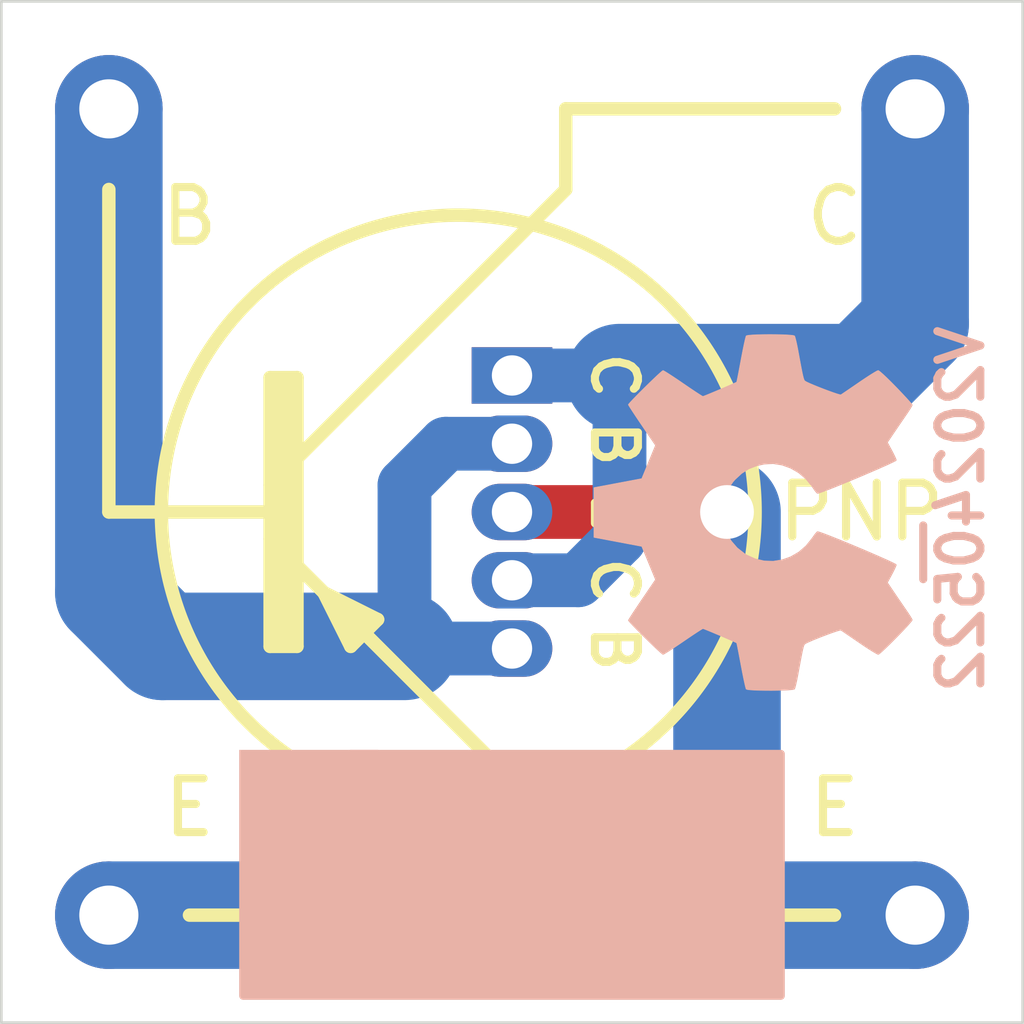
<source format=kicad_pcb>
(kicad_pcb (version 20221018) (generator pcbnew)
  (layers (0 "F.Cu" mixed) (31 "B.Cu" mixed) (34 "B.Paste" user) (35 "F.Paste" user) (36 "B.SilkS" user "B.Silkscreen") (37 "F.SilkS" user "F.Silkscreen") (38 "B.Mask" user) (39 "F.Mask" user) (44 "Edge.Cuts" user))
  (net 0 "")
  (net 1 "Net-(J1-Pin_1)")
  (net 2 "Net-(J2-Pin_1)")
  (net 3 "Net-(J3-Pin_1)")
  (footprint "SquantorIC:TO-92L_Inline_transistor_CBEBC" (layer "F.Cu") (at 149.5 70.5 -90)
    (fp_text reference "Q1" hide)
    (fp_text value "BC547" hide)
    (fp_text user "E" (at 0 -1.905 -90 unlocked) (layer "F.SilkS") (effects (font (size 0.8 0.8) (thickness 0.15) bold)))
    (fp_text user "C" (at 1.27 -1.905 -90 unlocked) (layer "F.SilkS") (effects (font (size 0.8 0.8) (thickness 0.15) bold)))
    (fp_text user "B" (at -1.27 -1.905 -90 unlocked) (layer "F.SilkS") (effects (font (size 0.8 0.8) (thickness 0.15) bold)))
    (fp_text user "B" (at 2.54 -1.905 -90 unlocked) (layer "F.SilkS") (effects (font (size 0.8 0.8) (thickness 0.15) bold)))
    (fp_text user "C" (at -2.54 -1.905 -90 unlocked) (layer "F.SilkS") (effects (font (size 0.8 0.8) (thickness 0.15) bold)))
    (pad "1" thru_hole rect (at -2.54 0 270) (size 1.05 1.5) (drill 0.75) (layers "*.Cu" "*.Mask") (net 3 "Net-(J3-Pin_1)"))
    (pad "1" thru_hole oval (at 1.27 0 270) (size 1.05 1.5) (drill 0.75) (layers "*.Cu" "*.Mask") (net 3 "Net-(J3-Pin_1)"))
    (pad "2" thru_hole oval (at -1.27 0 270) (size 1.05 1.5) (drill 0.75) (layers "*.Cu" "*.Mask") (net 1 "Net-(J1-Pin_1)"))
    (pad "2" thru_hole oval (at 2.54 0 270) (size 1.05 1.5) (drill 0.75) (layers "*.Cu" "*.Mask") (net 1 "Net-(J1-Pin_1)"))
    (pad "3" thru_hole oval (at 0 0 270) (size 1.05 1.5) (drill 0.75) (layers "*.Cu" "*.Mask") (net 2 "Net-(J2-Pin_1)"))
  )
  (footprint "mill-max:PC_pin_nail_head_6092" (layer "F.Cu") (at 142 63)
    (fp_text reference "J1")
    (fp_text value "B" (at 1.5 2) (layer "F.SilkS"))
    (pad "1" thru_hole circle locked (at 0 0) (size 2 2) (drill 1.1) (layers "*.Cu" "*.Mask") (net 1 "Net-(J1-Pin_1)"))
  )
  (footprint "mill-max:PC_pin_nail_head_6092" (layer "F.Cu") (at 142 78)
    (fp_text reference "J2")
    (fp_text value "E" (at 1.5 -2) (layer "F.SilkS"))
    (pad "1" thru_hole circle locked (at 0 0) (size 2 2) (drill 1.1) (layers "*.Cu" "*.Mask") (net 2 "Net-(J2-Pin_1)"))
  )
  (footprint "mill-max:PC_pin_nail_head_6092" (layer "F.Cu") (at 157 63)
    (fp_text reference "J3")
    (fp_text value "C" (at -1.5 2) (layer "F.SilkS"))
    (pad "1" thru_hole circle locked (at 0 0) (size 2 2) (drill 1.1) (layers "*.Cu" "*.Mask") (net 3 "Net-(J3-Pin_1)"))
  )
  (footprint "mill-max:PC_pin_nail_head_6092" (layer "F.Cu") (at 157 78)
    (fp_text reference "J4")
    (fp_text value "E" (at -1.5 -2) (layer "F.SilkS"))
    (pad "1" thru_hole circle locked (at 0 0) (size 2 2) (drill 1.1) (layers "*.Cu" "*.Mask") (net 2 "Net-(J2-Pin_1)"))
  )
  (footprint "SquantorLabels:Label_Generic" (layer "B.Cu") (at 157.75 71.25 90)
    (fp_text reference "N1" hide)
    (fp_text value "V20240522" (at 0.8 0.1 90) (layer "B.SilkS") (effects (font (size 0.8 0.8)) (justify mirror)))
    (fp_line (start -0.5 -0.6) (end 0.5 -0.6) (stroke (width 0.15)) (layer "B.SilkS"))
  )
  (footprint "Symbol:OSHW-Symbol_6.7x6mm_SilkScreen" (layer "B.Cu") (at 154 70.5 -90)
    (fp_text reference "N2" hide)
    (fp_text value "OHWLOGO" hide)
    (fp_poly (pts (xy 0.555814 2.531069) (xy 0.639635 2.086445) (xy 0.94892 1.958947) (xy 1.258206 1.831449) (xy 1.629246 2.083754) (xy 1.733157 2.154004) (xy 1.827087 2.216728) (xy 1.906652 2.269062) (xy 1.96747 2.308143) (xy 2.005157 2.331107) (xy 2.015421 2.336058) (xy 2.03391 2.323324) (xy 2.07342 2.288118) (xy 2.129522 2.234938) (xy 2.197787 2.168282) (xy 2.273786 2.092646) (xy 2.353092 2.012528) (xy 2.431275 1.932426) (xy 2.503907 1.856836) (xy 2.566559 1.790255) (xy 2.614803 1.737182) (xy 2.64421 1.702113) (xy 2.651241 1.690377) (xy 2.641123 1.66874) (xy 2.612759 1.621338) (xy 2.569129 1.552807) (xy 2.513218 1.467785) (xy 2.448006 1.370907) (xy 2.410219 1.31565) (xy 2.341343 1.214752) (xy 2.28014 1.123701) (xy 2.229578 1.04703) (xy 2.192628 0.989272) (xy 2.172258 0.954957) (xy 2.169197 0.947746) (xy 2.176136 0.927252) (xy 2.195051 0.879487) (xy 2.223087 0.811168) (xy 2.257391 0.729011) (xy 2.295109 0.63973) (xy 2.333387 0.550042) (xy 2.36937 0.466662) (xy 2.400206 0.396306) (xy 2.423039 0.34569) (xy 2.435017 0.321529) (xy 2.435724 0.320578) (xy 2.454531 0.315964) (xy 2.504618 0.305672) (xy 2.580793 0.290713) (xy 2.677865 0.272099) (xy 2.790643 0.250841) (xy 2.856442 0.238582) (xy 2.97695 0.215638) (xy 3.085797 0.193805) (xy 3.177476 0.174278) (xy 3.246481 0.158252) (xy 3.287304 0.146921) (xy 3.295511 0.143326) (xy 3.303548 0.118994) (xy 3.310033 0.064041) (xy 3.31497 -0.015108) (xy 3.318364 -0.112026) (xy 3.320218 -0.220287) (xy 3.320538 -0.333465) (xy 3.319327 -0.445135) (xy 3.31659 -0.548868) (xy 3.312331 -0.638241) (xy 3.306555 -0.706826) (xy 3.299267 -0.748197) (xy 3.294895 -0.75681) (xy 3.268764 -0.767133) (xy 3.213393 -0.781892) (xy 3.136107 -0.799352) (xy 3.04423 -0.81778) (xy 3.012158 -0.823741) (xy 2.857524 -0.852066) (xy 2.735375 -0.874876) (xy 2.641673 -0.89308) (xy 2.572384 -0.907583) (xy 2.523471 -0.919292) (xy 2.490897 -0.929115) (xy 2.470628 -0.937956) (xy 2.458626 -0.946724) (xy 2.456947 -0.948457) (xy 2.440184 -0.976371) (xy 2.414614 -1.030695) (xy 2.382788 -1.104777) (xy 2.34726 -1.191965) (xy 2.310583 -1.285608) (xy 2.275311 -1.379052) (xy 2.243996 -1.465647) (xy 2.219193 -1.53874) (xy 2.203454 -1.591678) (xy 2.199332 -1.617811) (xy 2.199676 -1.618726) (xy 2.213641 -1.640086) (xy 2.245322 -1.687084) (xy 2.291391 -1.754827) (xy 2.348518 -1.838423) (xy 2.413373 -1.932982) (xy 2.431843 -1.959854) (xy 2.497699 -2.057275) (xy 2.55565 -2.146163) (xy 2.602538 -2.221412) (xy 2.635207 -2.27792) (xy 2.6505 -2.310581) (xy 2.651241 -2.314593) (xy 2.638392 -2.335684) (xy 2.602888 -2.377464) (xy 2.549293 -2.435445) (xy 2.482171 -2.505135) (xy 2.406087 -2.582045) (xy 2.325604 -2.661683) (xy 2.245287 -2.739561) (xy 2.169699 -2.811186) (xy 2.103405 -2.87207) (xy 2.050969 -2.917721) (xy 2.016955 -2.94365) (xy 2.007545 -2.947883) (xy 1.985643 -2.937912) (xy 1.9408 -2.91102) (xy 1.880321 -2.871736) (xy 1.833789 -2.840117) (xy 1.749475 -2.782098) (xy 1.649626 -2.713784) (xy 1.549473 -2.645579) (xy 1.495627 -2.609075) (xy 1.313371 -2.4858) (xy 1.160381 -2.56852) (xy 1.090682 -2.604759) (xy 1.031414 -2.632926) (xy 0.991311 -2.648991) (xy 0.981103 -2.651226) (xy 0.968829 -2.634722) (xy 0.944613 -2.588082) (xy 0.910263 -2.515609) (xy 0.867588 -2.421606) (xy 0.818394 -2.310374) (xy 0.76449 -2.186215) (xy 0.707684 -2.053432) (xy 0.649782 -1.916327) (xy 0.592593 -1.779202) (xy 0.537924 -1.646358) (xy 0.487584 -1.522098) (xy 0.44338 -1.410725) (xy 0.407119 -1.316539) (xy 0.380609 -1.243844) (xy 0.365658 -1.196941) (xy 0.363254 -1.180833) (xy 0.382311 -1.160286) (xy 0.424036 -1.126933) (xy 0.479706 -1.087702) (xy 0.484378 -1.084599) (xy 0.628264 -0.969423) (xy 0.744283 -0.835053) (xy 0.83143 -0.685784) (xy 0.888699 -0.525913) (xy 0.915086 -0.359737) (xy 0.909585 -0.191552) (xy 0.87119 -0.025655) (xy 0.798895 0.133658) (xy 0.777626 0.168513) (xy 0.666996 0.309263) (xy 0.536302 0.422286) (xy 0.390064 0.506997) (xy 0.232808 0.562806) (xy 0.069057 0.589126) (xy -0.096667 0.58537) (xy -0.259838 0.55095) (xy -0.415935 0.485277) (xy -0.560433 0.387765) (xy -0.605131 0.348187) (xy -0.718888 0.224297) (xy -0.801782 0.093876) (xy -0.858644 -0.052315) (xy -0.890313 -0.197088) (xy -0.898131 -0.35986) (xy -0.872062 -0.52344) (xy -0.814755 -0.682298) (xy -0.728856 -0.830906) (xy -0.617014 -0.963735) (xy -0.481877 -1.075256) (xy -0.464117 -1.087011) (xy -0.40785 -1.125508) (xy -0.365077 -1.158863) (xy -0.344628 -1.18016) (xy -0.344331 -1.180833) (xy -0.348721 -1.203871) (xy -0.366124 -1.256157) (xy -0.394732 -1.33339) (xy -0.432735 -1.431268) (xy -0.478326 -1.545491) (xy -0.529697 -1.671758) (xy -0.585038 -1.805767) (xy -0.642542 -1.943218) (xy -0.700399 -2.079808) (xy -0.756802 -2.211237) (xy -0.809942 -2.333205) (xy -0.85801 -2.441409) (xy -0.899199 -2.531549) (xy -0.931699 -2.599323) (xy -0.953703 -2.64043) (xy -0.962564 -2.651226) (xy -0.98964 -2.642819) (xy -1.040303 -2.620272) (xy -1.105817 -2.587613) (xy -1.141841 -2.56852) (xy -1.294832 -2.4858) (xy -1.477088 -2.609075) (xy -1.570125 -2.672228) (xy -1.671985 -2.741727) (xy -1.767438 -2.807165) (xy -1.81525 -2.840117) (xy -1.882495 -2.885273) (xy -1.939436 -2.921057) (xy -1.978646 -2.942938) (xy -1.991381 -2.947563) (xy -2.009917 -2.935085) (xy -2.050941 -2.900252) (xy -2.110475 -2.846678) (xy -2.184542 -2.777983) (xy -2.269165 -2.697781) (xy -2.322685 -2.646286) (xy -2.416319 -2.554286) (xy -2.497241 -2.471999) (xy -2.562177 -2.402945) (xy -2.607858 -2.350644) (xy -2.631011 -2.318616) (xy -2.633232 -2.312116) (xy -2.622924 -2.287394) (xy -2.594439 -2.237405) (xy -2.550937 -2.167212) (xy -2.495577 -2.081875) (xy -2.43152 -1.986456) (xy -2.413303 -1.959854) (xy -2.346927 -1.863167) (xy -2.287378 -1.776117) (xy -2.237984 -1.703595) (xy -2.202075 -1.650493) (xy -2.182981 -1.621703) (xy -2.181136 -1.618726) (xy -2.183895 -1.595782) (xy -2.198538 -1.545336) (xy -2.222513 -1.474041) (xy -2.253266 -1.388547) (xy -2.288244 -1.295507) (xy -2.324893 -1.201574) (xy -2.360661 -1.113399) (xy -2.392994 -1.037634) (xy -2.419338 -0.980931) (xy -2.437142 -0.949943) (xy -2.438407 -0.948457) (xy -2.449294 -0.939601) (xy -2.467682 -0.930843) (xy -2.497606 -0.921277) (xy -2.543103 -0.909996) (xy -2.608209 -0.896093) (xy -2.696961 -0.878663) (xy -2.813393 -0.856798) (xy -2.961542 -0.829591) (xy -2.993618 -0.823741) (xy -3.088686 -0.805374) (xy -3.171565 -0.787405) (xy -3.23493 -0.771569) (xy -3.271458 -0.7596) (xy -3.276356 -0.75681) (xy -3.284427 -0.732072) (xy -3.290987 -0.67679) (xy -3.296033 -0.597389) (xy -3.299559 -0.500296) (xy -3.301561 -0.391938) (xy -3.302036 -0.27874) (xy -3.300977 -0.167128) (xy -3.298382 -0.063529) (xy -3.294246 0.025632) (xy -3.288563 0.093928) (xy -3.281331 0.134934) (xy -3.276971 0.143326) (xy -3.252698 0.151792) (xy -3.197426 0.165565) (xy -3.116662 0.18345) (xy -3.015912 0.204252) (xy -2.900683 0.226777) (xy -2.837902 0.238582) (xy -2.718787 0.260849) (xy -2.612565 0.281021) (xy -2.524427 0.298085) (xy -2.459566 0.311031) (xy -2.423174 0.318845) (xy -2.417184 0.320578) (xy -2.407061 0.34011) (xy -2.385662 0.387157) (xy -2.355839 0.454997) (xy -2.320445 0.536909) (xy -2.282332 0.626172) (xy -2.244353 0.716065) (xy -2.20936 0.799865) (xy -2.180206 0.870853) (xy -2.159743 0.922306) (xy -2.150823 0.947503) (xy -2.150657 0.948604) (xy -2.160769 0.968481) (xy -2.189117 1.014223) (xy -2.232723 1.081283) (xy -2.288606 1.165116) (xy -2.353787 1.261174) (xy -2.391679 1.31635) (xy -2.460725 1.417519) (xy -2.52205 1.50937) (xy -2.572663 1.587256) (xy -2.609571 1.646531) (xy -2.629782 1.682549) (xy -2.632701 1.690623) (xy -2.620153 1.709416) (xy -2.585463 1.749543) (xy -2.533063 1.806507) (xy -2.467384 1.875815) (xy -2.392856 1.952969) (xy -2.313913 2.033475) (xy -2.234983 2.112837) (xy -2.1605 2.18656) (xy -2.094894 2.250148) (xy -2.042596 2.299106) (xy -2.008039 2.328939) (xy -1.996478 2.336058) (xy -1.977654 2.326047) (xy -1.932631 2.297922) (xy -1.865787 2.254546) (xy -1.781499 2.198782) (xy -1.684144 2.133494) (xy -1.610707 2.083754) (xy -1.239667 1.831449) (xy -0.621095 2.086445) (xy -0.537275 2.531069) (xy -0.453454 2.975693) (xy 0.471994 2.975693) (xy 0.555814 2.531069)) (stroke (width 0.01)) (fill solid) (layer "B.SilkS"))
  )
  (gr_rect (start 146.5 75) (end 147 75) (stroke (width 0.15)) (fill none) (layer "B.SilkS"))
  (gr_rect (start 144.5 75) (end 154.5 79.5) (stroke (width 0.15)) (fill solid) (layer "B.SilkS"))
  (gr_line (start 146.5 73) (end 146 72) (stroke (width 0.25)) (layer "F.SilkS"))
  (gr_line (start 145 73) (end 145 70.5) (stroke (width 0.25)) (layer "F.SilkS"))
  (gr_line (start 145 70.5) (end 145 68) (stroke (width 0.25)) (layer "F.SilkS"))
  (gr_line (start 146 72) (end 147 72.5) (stroke (width 0.25)) (layer "F.SilkS"))
  (gr_line (start 147 72.5) (end 146.5 73) (stroke (width 0.25)) (layer "F.SilkS"))
  (gr_line (start 145 68) (end 145.5 68) (stroke (width 0.25)) (layer "F.SilkS"))
  (gr_line (start 150.5 63) (end 155.5 63) (stroke (width 0.25)) (layer "F.SilkS"))
  (gr_line (start 150.5 76.5) (end 145 71) (stroke (width 0.25)) (layer "F.SilkS"))
  (gr_line (start 142 70.5) (end 145 70.5) (stroke (width 0.25)) (layer "F.SilkS"))
  (gr_line (start 145.5 73) (end 145 73) (stroke (width 0.25)) (layer "F.SilkS"))
  (gr_line (start 143.5 78) (end 155.5 78) (stroke (width 0.25)) (layer "F.SilkS"))
  (gr_line (start 145.5 68) (end 145.5 73) (stroke (width 0.25)) (layer "F.SilkS"))
  (gr_line (start 150.5 64.5) (end 150.5 63) (stroke (width 0.25)) (layer "F.SilkS"))
  (gr_poly (pts (xy 147 72.5) (xy 146.5 73) (xy 146 72)) (stroke (width 0.1)) (fill solid) (layer "F.SilkS"))
  (gr_line (start 142 64.5) (end 142 70.5) (stroke (width 0.25)) (layer "F.SilkS"))
  (gr_line (start 150.5 78) (end 150.5 76.5) (stroke (width 0.25)) (layer "F.SilkS"))
  (gr_circle (center 148.5 70.5) (end 154 71) (stroke (width 0.25)) (fill none) (layer "F.SilkS"))
  (gr_line (start 145 70) (end 150.5 64.5) (stroke (width 0.25)) (layer "F.SilkS"))
  (gr_poly (pts (xy 145.5 73) (xy 145 73) (xy 145 68) (xy 145.5 68)) (stroke (width 0.1)) (fill solid) (layer "F.SilkS"))
  (gr_line (start 140 80) (end 159 80) (stroke (width 0.05)) (layer "Edge.Cuts"))
  (gr_line (start 159 61) (end 159 80) (stroke (width 0.05)) (layer "Edge.Cuts"))
  (gr_line (start 159 61) (end 140 61) (stroke (width 0.05)) (layer "Edge.Cuts"))
  (gr_line (start 140 80) (end 140 61) (stroke (width 0.05)) (layer "Edge.Cuts"))
  (gr_text "PNP" (at 156 70.5) (layer "F.SilkS") (effects (font (size 1 1))))
  (segment (start 149.5 69.23) (end 148.27 69.23) (width 1) (layer "B.Cu") (net 1))
  (segment (start 147.54 73.04) (end 147.5 73) (width 1) (layer "B.Cu") (net 1))
  (segment (start 147.5 73) (end 143 73) (width 2) (layer "B.Cu") (net 1))
  (segment (start 142 72) (end 142 63) (width 2) (layer "B.Cu") (net 1))
  (segment (start 148.27 69.23) (end 147.5 70) (width 1) (layer "B.Cu") (net 1))
  (segment (start 147.5 70) (end 147.5 73) (width 1) (layer "B.Cu") (net 1))
  (segment (start 143 73) (end 142 72) (width 2) (layer "B.Cu") (net 1))
  (segment (start 149.5 73.04) (end 147.54 73.04) (width 1) (layer "B.Cu") (net 1))
  (segment (start 149.5 70.5) (end 153.5 70.5) (width 1) (layer "F.Cu") (net 2))
  (via (at 153.5 70.5) (size 1.4) (drill 1) (layers "F.Cu" "B.Cu") (net 2))
  (segment (start 153.5 70.5) (end 153.5 78) (width 2) (layer "B.Cu") (net 2))
  (segment (start 148.5 78) (end 157 78) (width 2) (layer "B.Cu") (net 2))
  (segment (start 142 78) (end 148.5 78) (width 2) (layer "B.Cu") (net 2))
  (segment (start 150.73 71.77) (end 151.5 71) (width 1) (layer "B.Cu") (net 3))
  (segment (start 156 68) (end 157 67) (width 2) (layer "B.Cu") (net 3))
  (segment (start 149.5 67.96) (end 151.46 67.96) (width 1) (layer "B.Cu") (net 3))
  (segment (start 157 67) (end 157 63) (width 2) (layer "B.Cu") (net 3))
  (segment (start 151.46 67.96) (end 151.5 68) (width 1) (layer "B.Cu") (net 3))
  (segment (start 151.5 68) (end 156 68) (width 2) (layer "B.Cu") (net 3))
  (segment (start 151.5 71) (end 151.5 68) (width 1) (layer "B.Cu") (net 3))
  (segment (start 149.5 71.77) (end 150.73 71.77) (width 1) (layer "B.Cu") (net 3))
)
</source>
